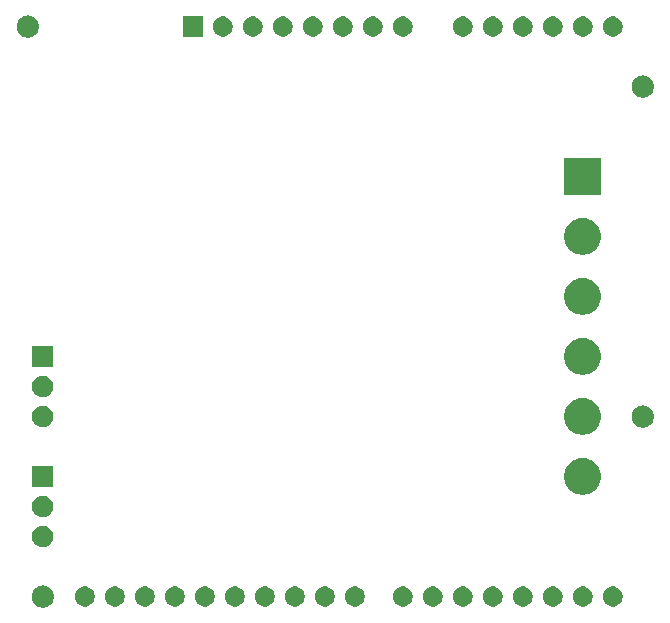
<source format=gbr>
G04 #@! TF.GenerationSoftware,KiCad,Pcbnew,(5.1.5)-2*
G04 #@! TF.CreationDate,2020-02-10T11:52:49+03:00*
G04 #@! TF.ProjectId,dccshield,64636373-6869-4656-9c64-2e6b69636164,rev?*
G04 #@! TF.SameCoordinates,Original*
G04 #@! TF.FileFunction,Soldermask,Bot*
G04 #@! TF.FilePolarity,Negative*
%FSLAX46Y46*%
G04 Gerber Fmt 4.6, Leading zero omitted, Abs format (unit mm)*
G04 Created by KiCad (PCBNEW (5.1.5)-2) date 2020-02-10 11:52:49*
%MOMM*%
%LPD*%
G04 APERTURE LIST*
%ADD10C,0.100000*%
G04 APERTURE END LIST*
D10*
G36*
X139883580Y-126077081D02*
G01*
X139974480Y-126095162D01*
X140088647Y-126142452D01*
X140145732Y-126166097D01*
X140299850Y-126269075D01*
X140430925Y-126400150D01*
X140533903Y-126554268D01*
X140551563Y-126596903D01*
X140604838Y-126725520D01*
X140641000Y-126907320D01*
X140641000Y-127092680D01*
X140604838Y-127274480D01*
X140557548Y-127388647D01*
X140533903Y-127445732D01*
X140430925Y-127599850D01*
X140299850Y-127730925D01*
X140145732Y-127833903D01*
X140088647Y-127857548D01*
X139974480Y-127904838D01*
X139883580Y-127922919D01*
X139792682Y-127941000D01*
X139607318Y-127941000D01*
X139516420Y-127922919D01*
X139425520Y-127904838D01*
X139311353Y-127857548D01*
X139254268Y-127833903D01*
X139100150Y-127730925D01*
X138969075Y-127599850D01*
X138866097Y-127445732D01*
X138842452Y-127388647D01*
X138795162Y-127274480D01*
X138759000Y-127092680D01*
X138759000Y-126907320D01*
X138795162Y-126725520D01*
X138848437Y-126596903D01*
X138866097Y-126554268D01*
X138969075Y-126400150D01*
X139100150Y-126269075D01*
X139254268Y-126166097D01*
X139311353Y-126142452D01*
X139425520Y-126095162D01*
X139516420Y-126077081D01*
X139607318Y-126059000D01*
X139792682Y-126059000D01*
X139883580Y-126077081D01*
G37*
G36*
X158748228Y-126181703D02*
G01*
X158903100Y-126245853D01*
X159042481Y-126338985D01*
X159161015Y-126457519D01*
X159254147Y-126596900D01*
X159318297Y-126751772D01*
X159351000Y-126916184D01*
X159351000Y-127083816D01*
X159318297Y-127248228D01*
X159254147Y-127403100D01*
X159161015Y-127542481D01*
X159042481Y-127661015D01*
X158903100Y-127754147D01*
X158748228Y-127818297D01*
X158583816Y-127851000D01*
X158416184Y-127851000D01*
X158251772Y-127818297D01*
X158096900Y-127754147D01*
X157957519Y-127661015D01*
X157838985Y-127542481D01*
X157745853Y-127403100D01*
X157681703Y-127248228D01*
X157649000Y-127083816D01*
X157649000Y-126916184D01*
X157681703Y-126751772D01*
X157745853Y-126596900D01*
X157838985Y-126457519D01*
X157957519Y-126338985D01*
X158096900Y-126245853D01*
X158251772Y-126181703D01*
X158416184Y-126149000D01*
X158583816Y-126149000D01*
X158748228Y-126181703D01*
G37*
G36*
X185668228Y-126181703D02*
G01*
X185823100Y-126245853D01*
X185962481Y-126338985D01*
X186081015Y-126457519D01*
X186174147Y-126596900D01*
X186238297Y-126751772D01*
X186271000Y-126916184D01*
X186271000Y-127083816D01*
X186238297Y-127248228D01*
X186174147Y-127403100D01*
X186081015Y-127542481D01*
X185962481Y-127661015D01*
X185823100Y-127754147D01*
X185668228Y-127818297D01*
X185503816Y-127851000D01*
X185336184Y-127851000D01*
X185171772Y-127818297D01*
X185016900Y-127754147D01*
X184877519Y-127661015D01*
X184758985Y-127542481D01*
X184665853Y-127403100D01*
X184601703Y-127248228D01*
X184569000Y-127083816D01*
X184569000Y-126916184D01*
X184601703Y-126751772D01*
X184665853Y-126596900D01*
X184758985Y-126457519D01*
X184877519Y-126338985D01*
X185016900Y-126245853D01*
X185171772Y-126181703D01*
X185336184Y-126149000D01*
X185503816Y-126149000D01*
X185668228Y-126181703D01*
G37*
G36*
X188208228Y-126181703D02*
G01*
X188363100Y-126245853D01*
X188502481Y-126338985D01*
X188621015Y-126457519D01*
X188714147Y-126596900D01*
X188778297Y-126751772D01*
X188811000Y-126916184D01*
X188811000Y-127083816D01*
X188778297Y-127248228D01*
X188714147Y-127403100D01*
X188621015Y-127542481D01*
X188502481Y-127661015D01*
X188363100Y-127754147D01*
X188208228Y-127818297D01*
X188043816Y-127851000D01*
X187876184Y-127851000D01*
X187711772Y-127818297D01*
X187556900Y-127754147D01*
X187417519Y-127661015D01*
X187298985Y-127542481D01*
X187205853Y-127403100D01*
X187141703Y-127248228D01*
X187109000Y-127083816D01*
X187109000Y-126916184D01*
X187141703Y-126751772D01*
X187205853Y-126596900D01*
X187298985Y-126457519D01*
X187417519Y-126338985D01*
X187556900Y-126245853D01*
X187711772Y-126181703D01*
X187876184Y-126149000D01*
X188043816Y-126149000D01*
X188208228Y-126181703D01*
G37*
G36*
X148588228Y-126181703D02*
G01*
X148743100Y-126245853D01*
X148882481Y-126338985D01*
X149001015Y-126457519D01*
X149094147Y-126596900D01*
X149158297Y-126751772D01*
X149191000Y-126916184D01*
X149191000Y-127083816D01*
X149158297Y-127248228D01*
X149094147Y-127403100D01*
X149001015Y-127542481D01*
X148882481Y-127661015D01*
X148743100Y-127754147D01*
X148588228Y-127818297D01*
X148423816Y-127851000D01*
X148256184Y-127851000D01*
X148091772Y-127818297D01*
X147936900Y-127754147D01*
X147797519Y-127661015D01*
X147678985Y-127542481D01*
X147585853Y-127403100D01*
X147521703Y-127248228D01*
X147489000Y-127083816D01*
X147489000Y-126916184D01*
X147521703Y-126751772D01*
X147585853Y-126596900D01*
X147678985Y-126457519D01*
X147797519Y-126338985D01*
X147936900Y-126245853D01*
X148091772Y-126181703D01*
X148256184Y-126149000D01*
X148423816Y-126149000D01*
X148588228Y-126181703D01*
G37*
G36*
X151128228Y-126181703D02*
G01*
X151283100Y-126245853D01*
X151422481Y-126338985D01*
X151541015Y-126457519D01*
X151634147Y-126596900D01*
X151698297Y-126751772D01*
X151731000Y-126916184D01*
X151731000Y-127083816D01*
X151698297Y-127248228D01*
X151634147Y-127403100D01*
X151541015Y-127542481D01*
X151422481Y-127661015D01*
X151283100Y-127754147D01*
X151128228Y-127818297D01*
X150963816Y-127851000D01*
X150796184Y-127851000D01*
X150631772Y-127818297D01*
X150476900Y-127754147D01*
X150337519Y-127661015D01*
X150218985Y-127542481D01*
X150125853Y-127403100D01*
X150061703Y-127248228D01*
X150029000Y-127083816D01*
X150029000Y-126916184D01*
X150061703Y-126751772D01*
X150125853Y-126596900D01*
X150218985Y-126457519D01*
X150337519Y-126338985D01*
X150476900Y-126245853D01*
X150631772Y-126181703D01*
X150796184Y-126149000D01*
X150963816Y-126149000D01*
X151128228Y-126181703D01*
G37*
G36*
X153668228Y-126181703D02*
G01*
X153823100Y-126245853D01*
X153962481Y-126338985D01*
X154081015Y-126457519D01*
X154174147Y-126596900D01*
X154238297Y-126751772D01*
X154271000Y-126916184D01*
X154271000Y-127083816D01*
X154238297Y-127248228D01*
X154174147Y-127403100D01*
X154081015Y-127542481D01*
X153962481Y-127661015D01*
X153823100Y-127754147D01*
X153668228Y-127818297D01*
X153503816Y-127851000D01*
X153336184Y-127851000D01*
X153171772Y-127818297D01*
X153016900Y-127754147D01*
X152877519Y-127661015D01*
X152758985Y-127542481D01*
X152665853Y-127403100D01*
X152601703Y-127248228D01*
X152569000Y-127083816D01*
X152569000Y-126916184D01*
X152601703Y-126751772D01*
X152665853Y-126596900D01*
X152758985Y-126457519D01*
X152877519Y-126338985D01*
X153016900Y-126245853D01*
X153171772Y-126181703D01*
X153336184Y-126149000D01*
X153503816Y-126149000D01*
X153668228Y-126181703D01*
G37*
G36*
X156208228Y-126181703D02*
G01*
X156363100Y-126245853D01*
X156502481Y-126338985D01*
X156621015Y-126457519D01*
X156714147Y-126596900D01*
X156778297Y-126751772D01*
X156811000Y-126916184D01*
X156811000Y-127083816D01*
X156778297Y-127248228D01*
X156714147Y-127403100D01*
X156621015Y-127542481D01*
X156502481Y-127661015D01*
X156363100Y-127754147D01*
X156208228Y-127818297D01*
X156043816Y-127851000D01*
X155876184Y-127851000D01*
X155711772Y-127818297D01*
X155556900Y-127754147D01*
X155417519Y-127661015D01*
X155298985Y-127542481D01*
X155205853Y-127403100D01*
X155141703Y-127248228D01*
X155109000Y-127083816D01*
X155109000Y-126916184D01*
X155141703Y-126751772D01*
X155205853Y-126596900D01*
X155298985Y-126457519D01*
X155417519Y-126338985D01*
X155556900Y-126245853D01*
X155711772Y-126181703D01*
X155876184Y-126149000D01*
X156043816Y-126149000D01*
X156208228Y-126181703D01*
G37*
G36*
X143508228Y-126181703D02*
G01*
X143663100Y-126245853D01*
X143802481Y-126338985D01*
X143921015Y-126457519D01*
X144014147Y-126596900D01*
X144078297Y-126751772D01*
X144111000Y-126916184D01*
X144111000Y-127083816D01*
X144078297Y-127248228D01*
X144014147Y-127403100D01*
X143921015Y-127542481D01*
X143802481Y-127661015D01*
X143663100Y-127754147D01*
X143508228Y-127818297D01*
X143343816Y-127851000D01*
X143176184Y-127851000D01*
X143011772Y-127818297D01*
X142856900Y-127754147D01*
X142717519Y-127661015D01*
X142598985Y-127542481D01*
X142505853Y-127403100D01*
X142441703Y-127248228D01*
X142409000Y-127083816D01*
X142409000Y-126916184D01*
X142441703Y-126751772D01*
X142505853Y-126596900D01*
X142598985Y-126457519D01*
X142717519Y-126338985D01*
X142856900Y-126245853D01*
X143011772Y-126181703D01*
X143176184Y-126149000D01*
X143343816Y-126149000D01*
X143508228Y-126181703D01*
G37*
G36*
X163828228Y-126181703D02*
G01*
X163983100Y-126245853D01*
X164122481Y-126338985D01*
X164241015Y-126457519D01*
X164334147Y-126596900D01*
X164398297Y-126751772D01*
X164431000Y-126916184D01*
X164431000Y-127083816D01*
X164398297Y-127248228D01*
X164334147Y-127403100D01*
X164241015Y-127542481D01*
X164122481Y-127661015D01*
X163983100Y-127754147D01*
X163828228Y-127818297D01*
X163663816Y-127851000D01*
X163496184Y-127851000D01*
X163331772Y-127818297D01*
X163176900Y-127754147D01*
X163037519Y-127661015D01*
X162918985Y-127542481D01*
X162825853Y-127403100D01*
X162761703Y-127248228D01*
X162729000Y-127083816D01*
X162729000Y-126916184D01*
X162761703Y-126751772D01*
X162825853Y-126596900D01*
X162918985Y-126457519D01*
X163037519Y-126338985D01*
X163176900Y-126245853D01*
X163331772Y-126181703D01*
X163496184Y-126149000D01*
X163663816Y-126149000D01*
X163828228Y-126181703D01*
G37*
G36*
X166368228Y-126181703D02*
G01*
X166523100Y-126245853D01*
X166662481Y-126338985D01*
X166781015Y-126457519D01*
X166874147Y-126596900D01*
X166938297Y-126751772D01*
X166971000Y-126916184D01*
X166971000Y-127083816D01*
X166938297Y-127248228D01*
X166874147Y-127403100D01*
X166781015Y-127542481D01*
X166662481Y-127661015D01*
X166523100Y-127754147D01*
X166368228Y-127818297D01*
X166203816Y-127851000D01*
X166036184Y-127851000D01*
X165871772Y-127818297D01*
X165716900Y-127754147D01*
X165577519Y-127661015D01*
X165458985Y-127542481D01*
X165365853Y-127403100D01*
X165301703Y-127248228D01*
X165269000Y-127083816D01*
X165269000Y-126916184D01*
X165301703Y-126751772D01*
X165365853Y-126596900D01*
X165458985Y-126457519D01*
X165577519Y-126338985D01*
X165716900Y-126245853D01*
X165871772Y-126181703D01*
X166036184Y-126149000D01*
X166203816Y-126149000D01*
X166368228Y-126181703D01*
G37*
G36*
X170428228Y-126181703D02*
G01*
X170583100Y-126245853D01*
X170722481Y-126338985D01*
X170841015Y-126457519D01*
X170934147Y-126596900D01*
X170998297Y-126751772D01*
X171031000Y-126916184D01*
X171031000Y-127083816D01*
X170998297Y-127248228D01*
X170934147Y-127403100D01*
X170841015Y-127542481D01*
X170722481Y-127661015D01*
X170583100Y-127754147D01*
X170428228Y-127818297D01*
X170263816Y-127851000D01*
X170096184Y-127851000D01*
X169931772Y-127818297D01*
X169776900Y-127754147D01*
X169637519Y-127661015D01*
X169518985Y-127542481D01*
X169425853Y-127403100D01*
X169361703Y-127248228D01*
X169329000Y-127083816D01*
X169329000Y-126916184D01*
X169361703Y-126751772D01*
X169425853Y-126596900D01*
X169518985Y-126457519D01*
X169637519Y-126338985D01*
X169776900Y-126245853D01*
X169931772Y-126181703D01*
X170096184Y-126149000D01*
X170263816Y-126149000D01*
X170428228Y-126181703D01*
G37*
G36*
X172968228Y-126181703D02*
G01*
X173123100Y-126245853D01*
X173262481Y-126338985D01*
X173381015Y-126457519D01*
X173474147Y-126596900D01*
X173538297Y-126751772D01*
X173571000Y-126916184D01*
X173571000Y-127083816D01*
X173538297Y-127248228D01*
X173474147Y-127403100D01*
X173381015Y-127542481D01*
X173262481Y-127661015D01*
X173123100Y-127754147D01*
X172968228Y-127818297D01*
X172803816Y-127851000D01*
X172636184Y-127851000D01*
X172471772Y-127818297D01*
X172316900Y-127754147D01*
X172177519Y-127661015D01*
X172058985Y-127542481D01*
X171965853Y-127403100D01*
X171901703Y-127248228D01*
X171869000Y-127083816D01*
X171869000Y-126916184D01*
X171901703Y-126751772D01*
X171965853Y-126596900D01*
X172058985Y-126457519D01*
X172177519Y-126338985D01*
X172316900Y-126245853D01*
X172471772Y-126181703D01*
X172636184Y-126149000D01*
X172803816Y-126149000D01*
X172968228Y-126181703D01*
G37*
G36*
X175508228Y-126181703D02*
G01*
X175663100Y-126245853D01*
X175802481Y-126338985D01*
X175921015Y-126457519D01*
X176014147Y-126596900D01*
X176078297Y-126751772D01*
X176111000Y-126916184D01*
X176111000Y-127083816D01*
X176078297Y-127248228D01*
X176014147Y-127403100D01*
X175921015Y-127542481D01*
X175802481Y-127661015D01*
X175663100Y-127754147D01*
X175508228Y-127818297D01*
X175343816Y-127851000D01*
X175176184Y-127851000D01*
X175011772Y-127818297D01*
X174856900Y-127754147D01*
X174717519Y-127661015D01*
X174598985Y-127542481D01*
X174505853Y-127403100D01*
X174441703Y-127248228D01*
X174409000Y-127083816D01*
X174409000Y-126916184D01*
X174441703Y-126751772D01*
X174505853Y-126596900D01*
X174598985Y-126457519D01*
X174717519Y-126338985D01*
X174856900Y-126245853D01*
X175011772Y-126181703D01*
X175176184Y-126149000D01*
X175343816Y-126149000D01*
X175508228Y-126181703D01*
G37*
G36*
X178048228Y-126181703D02*
G01*
X178203100Y-126245853D01*
X178342481Y-126338985D01*
X178461015Y-126457519D01*
X178554147Y-126596900D01*
X178618297Y-126751772D01*
X178651000Y-126916184D01*
X178651000Y-127083816D01*
X178618297Y-127248228D01*
X178554147Y-127403100D01*
X178461015Y-127542481D01*
X178342481Y-127661015D01*
X178203100Y-127754147D01*
X178048228Y-127818297D01*
X177883816Y-127851000D01*
X177716184Y-127851000D01*
X177551772Y-127818297D01*
X177396900Y-127754147D01*
X177257519Y-127661015D01*
X177138985Y-127542481D01*
X177045853Y-127403100D01*
X176981703Y-127248228D01*
X176949000Y-127083816D01*
X176949000Y-126916184D01*
X176981703Y-126751772D01*
X177045853Y-126596900D01*
X177138985Y-126457519D01*
X177257519Y-126338985D01*
X177396900Y-126245853D01*
X177551772Y-126181703D01*
X177716184Y-126149000D01*
X177883816Y-126149000D01*
X178048228Y-126181703D01*
G37*
G36*
X180588228Y-126181703D02*
G01*
X180743100Y-126245853D01*
X180882481Y-126338985D01*
X181001015Y-126457519D01*
X181094147Y-126596900D01*
X181158297Y-126751772D01*
X181191000Y-126916184D01*
X181191000Y-127083816D01*
X181158297Y-127248228D01*
X181094147Y-127403100D01*
X181001015Y-127542481D01*
X180882481Y-127661015D01*
X180743100Y-127754147D01*
X180588228Y-127818297D01*
X180423816Y-127851000D01*
X180256184Y-127851000D01*
X180091772Y-127818297D01*
X179936900Y-127754147D01*
X179797519Y-127661015D01*
X179678985Y-127542481D01*
X179585853Y-127403100D01*
X179521703Y-127248228D01*
X179489000Y-127083816D01*
X179489000Y-126916184D01*
X179521703Y-126751772D01*
X179585853Y-126596900D01*
X179678985Y-126457519D01*
X179797519Y-126338985D01*
X179936900Y-126245853D01*
X180091772Y-126181703D01*
X180256184Y-126149000D01*
X180423816Y-126149000D01*
X180588228Y-126181703D01*
G37*
G36*
X183128228Y-126181703D02*
G01*
X183283100Y-126245853D01*
X183422481Y-126338985D01*
X183541015Y-126457519D01*
X183634147Y-126596900D01*
X183698297Y-126751772D01*
X183731000Y-126916184D01*
X183731000Y-127083816D01*
X183698297Y-127248228D01*
X183634147Y-127403100D01*
X183541015Y-127542481D01*
X183422481Y-127661015D01*
X183283100Y-127754147D01*
X183128228Y-127818297D01*
X182963816Y-127851000D01*
X182796184Y-127851000D01*
X182631772Y-127818297D01*
X182476900Y-127754147D01*
X182337519Y-127661015D01*
X182218985Y-127542481D01*
X182125853Y-127403100D01*
X182061703Y-127248228D01*
X182029000Y-127083816D01*
X182029000Y-126916184D01*
X182061703Y-126751772D01*
X182125853Y-126596900D01*
X182218985Y-126457519D01*
X182337519Y-126338985D01*
X182476900Y-126245853D01*
X182631772Y-126181703D01*
X182796184Y-126149000D01*
X182963816Y-126149000D01*
X183128228Y-126181703D01*
G37*
G36*
X146048228Y-126181703D02*
G01*
X146203100Y-126245853D01*
X146342481Y-126338985D01*
X146461015Y-126457519D01*
X146554147Y-126596900D01*
X146618297Y-126751772D01*
X146651000Y-126916184D01*
X146651000Y-127083816D01*
X146618297Y-127248228D01*
X146554147Y-127403100D01*
X146461015Y-127542481D01*
X146342481Y-127661015D01*
X146203100Y-127754147D01*
X146048228Y-127818297D01*
X145883816Y-127851000D01*
X145716184Y-127851000D01*
X145551772Y-127818297D01*
X145396900Y-127754147D01*
X145257519Y-127661015D01*
X145138985Y-127542481D01*
X145045853Y-127403100D01*
X144981703Y-127248228D01*
X144949000Y-127083816D01*
X144949000Y-126916184D01*
X144981703Y-126751772D01*
X145045853Y-126596900D01*
X145138985Y-126457519D01*
X145257519Y-126338985D01*
X145396900Y-126245853D01*
X145551772Y-126181703D01*
X145716184Y-126149000D01*
X145883816Y-126149000D01*
X146048228Y-126181703D01*
G37*
G36*
X161288228Y-126181703D02*
G01*
X161443100Y-126245853D01*
X161582481Y-126338985D01*
X161701015Y-126457519D01*
X161794147Y-126596900D01*
X161858297Y-126751772D01*
X161891000Y-126916184D01*
X161891000Y-127083816D01*
X161858297Y-127248228D01*
X161794147Y-127403100D01*
X161701015Y-127542481D01*
X161582481Y-127661015D01*
X161443100Y-127754147D01*
X161288228Y-127818297D01*
X161123816Y-127851000D01*
X160956184Y-127851000D01*
X160791772Y-127818297D01*
X160636900Y-127754147D01*
X160497519Y-127661015D01*
X160378985Y-127542481D01*
X160285853Y-127403100D01*
X160221703Y-127248228D01*
X160189000Y-127083816D01*
X160189000Y-126916184D01*
X160221703Y-126751772D01*
X160285853Y-126596900D01*
X160378985Y-126457519D01*
X160497519Y-126338985D01*
X160636900Y-126245853D01*
X160791772Y-126181703D01*
X160956184Y-126149000D01*
X161123816Y-126149000D01*
X161288228Y-126181703D01*
G37*
G36*
X139813512Y-121023927D02*
G01*
X139962812Y-121053624D01*
X140126784Y-121121544D01*
X140274354Y-121220147D01*
X140399853Y-121345646D01*
X140498456Y-121493216D01*
X140566376Y-121657188D01*
X140601000Y-121831259D01*
X140601000Y-122008741D01*
X140566376Y-122182812D01*
X140498456Y-122346784D01*
X140399853Y-122494354D01*
X140274354Y-122619853D01*
X140126784Y-122718456D01*
X139962812Y-122786376D01*
X139813512Y-122816073D01*
X139788742Y-122821000D01*
X139611258Y-122821000D01*
X139586488Y-122816073D01*
X139437188Y-122786376D01*
X139273216Y-122718456D01*
X139125646Y-122619853D01*
X139000147Y-122494354D01*
X138901544Y-122346784D01*
X138833624Y-122182812D01*
X138799000Y-122008741D01*
X138799000Y-121831259D01*
X138833624Y-121657188D01*
X138901544Y-121493216D01*
X139000147Y-121345646D01*
X139125646Y-121220147D01*
X139273216Y-121121544D01*
X139437188Y-121053624D01*
X139586488Y-121023927D01*
X139611258Y-121019000D01*
X139788742Y-121019000D01*
X139813512Y-121023927D01*
G37*
G36*
X139813512Y-118483927D02*
G01*
X139962812Y-118513624D01*
X140126784Y-118581544D01*
X140274354Y-118680147D01*
X140399853Y-118805646D01*
X140498456Y-118953216D01*
X140566376Y-119117188D01*
X140601000Y-119291259D01*
X140601000Y-119468741D01*
X140566376Y-119642812D01*
X140498456Y-119806784D01*
X140399853Y-119954354D01*
X140274354Y-120079853D01*
X140126784Y-120178456D01*
X139962812Y-120246376D01*
X139813512Y-120276073D01*
X139788742Y-120281000D01*
X139611258Y-120281000D01*
X139586488Y-120276073D01*
X139437188Y-120246376D01*
X139273216Y-120178456D01*
X139125646Y-120079853D01*
X139000147Y-119954354D01*
X138901544Y-119806784D01*
X138833624Y-119642812D01*
X138799000Y-119468741D01*
X138799000Y-119291259D01*
X138833624Y-119117188D01*
X138901544Y-118953216D01*
X139000147Y-118805646D01*
X139125646Y-118680147D01*
X139273216Y-118581544D01*
X139437188Y-118513624D01*
X139586488Y-118483927D01*
X139611258Y-118479000D01*
X139788742Y-118479000D01*
X139813512Y-118483927D01*
G37*
G36*
X185722585Y-115318802D02*
G01*
X185872410Y-115348604D01*
X186154674Y-115465521D01*
X186408705Y-115635259D01*
X186624741Y-115851295D01*
X186794479Y-116105326D01*
X186911396Y-116387590D01*
X186971000Y-116687240D01*
X186971000Y-116992760D01*
X186911396Y-117292410D01*
X186794479Y-117574674D01*
X186624741Y-117828705D01*
X186408705Y-118044741D01*
X186154674Y-118214479D01*
X185872410Y-118331396D01*
X185722585Y-118361198D01*
X185572761Y-118391000D01*
X185267239Y-118391000D01*
X185117415Y-118361198D01*
X184967590Y-118331396D01*
X184685326Y-118214479D01*
X184431295Y-118044741D01*
X184215259Y-117828705D01*
X184045521Y-117574674D01*
X183928604Y-117292410D01*
X183869000Y-116992760D01*
X183869000Y-116687240D01*
X183928604Y-116387590D01*
X184045521Y-116105326D01*
X184215259Y-115851295D01*
X184431295Y-115635259D01*
X184685326Y-115465521D01*
X184967590Y-115348604D01*
X185117415Y-115318802D01*
X185267239Y-115289000D01*
X185572761Y-115289000D01*
X185722585Y-115318802D01*
G37*
G36*
X140601000Y-117741000D02*
G01*
X138799000Y-117741000D01*
X138799000Y-115939000D01*
X140601000Y-115939000D01*
X140601000Y-117741000D01*
G37*
G36*
X185722585Y-110238802D02*
G01*
X185872410Y-110268604D01*
X186154674Y-110385521D01*
X186408705Y-110555259D01*
X186624741Y-110771295D01*
X186794479Y-111025326D01*
X186911396Y-111307590D01*
X186971000Y-111607240D01*
X186971000Y-111912760D01*
X186911396Y-112212410D01*
X186794479Y-112494674D01*
X186624741Y-112748705D01*
X186408705Y-112964741D01*
X186154674Y-113134479D01*
X185872410Y-113251396D01*
X185722585Y-113281198D01*
X185572761Y-113311000D01*
X185267239Y-113311000D01*
X185117415Y-113281198D01*
X184967590Y-113251396D01*
X184685326Y-113134479D01*
X184431295Y-112964741D01*
X184215259Y-112748705D01*
X184045521Y-112494674D01*
X183928604Y-112212410D01*
X183869000Y-111912760D01*
X183869000Y-111607240D01*
X183928604Y-111307590D01*
X184045521Y-111025326D01*
X184215259Y-110771295D01*
X184431295Y-110555259D01*
X184685326Y-110385521D01*
X184967590Y-110268604D01*
X185117415Y-110238802D01*
X185267239Y-110209000D01*
X185572761Y-110209000D01*
X185722585Y-110238802D01*
G37*
G36*
X190683580Y-110837081D02*
G01*
X190774480Y-110855162D01*
X190867337Y-110893625D01*
X190945732Y-110926097D01*
X191099850Y-111029075D01*
X191230925Y-111160150D01*
X191333903Y-111314268D01*
X191333903Y-111314269D01*
X191404838Y-111485520D01*
X191404838Y-111485522D01*
X191441000Y-111667318D01*
X191441000Y-111852682D01*
X191429049Y-111912761D01*
X191404838Y-112034480D01*
X191357548Y-112148647D01*
X191333903Y-112205732D01*
X191230925Y-112359850D01*
X191099850Y-112490925D01*
X190945732Y-112593903D01*
X190888647Y-112617548D01*
X190774480Y-112664838D01*
X190683580Y-112682919D01*
X190592682Y-112701000D01*
X190407318Y-112701000D01*
X190316420Y-112682919D01*
X190225520Y-112664838D01*
X190111353Y-112617548D01*
X190054268Y-112593903D01*
X189900150Y-112490925D01*
X189769075Y-112359850D01*
X189666097Y-112205732D01*
X189642452Y-112148647D01*
X189595162Y-112034480D01*
X189570951Y-111912761D01*
X189559000Y-111852682D01*
X189559000Y-111667318D01*
X189595162Y-111485522D01*
X189595162Y-111485520D01*
X189666097Y-111314269D01*
X189666097Y-111314268D01*
X189769075Y-111160150D01*
X189900150Y-111029075D01*
X190054268Y-110926097D01*
X190132663Y-110893625D01*
X190225520Y-110855162D01*
X190316420Y-110837081D01*
X190407318Y-110819000D01*
X190592682Y-110819000D01*
X190683580Y-110837081D01*
G37*
G36*
X139813512Y-110863927D02*
G01*
X139962812Y-110893624D01*
X140126784Y-110961544D01*
X140274354Y-111060147D01*
X140399853Y-111185646D01*
X140498456Y-111333216D01*
X140566376Y-111497188D01*
X140601000Y-111671259D01*
X140601000Y-111848741D01*
X140566376Y-112022812D01*
X140498456Y-112186784D01*
X140399853Y-112334354D01*
X140274354Y-112459853D01*
X140126784Y-112558456D01*
X139962812Y-112626376D01*
X139813512Y-112656073D01*
X139788742Y-112661000D01*
X139611258Y-112661000D01*
X139586488Y-112656073D01*
X139437188Y-112626376D01*
X139273216Y-112558456D01*
X139125646Y-112459853D01*
X139000147Y-112334354D01*
X138901544Y-112186784D01*
X138833624Y-112022812D01*
X138799000Y-111848741D01*
X138799000Y-111671259D01*
X138833624Y-111497188D01*
X138901544Y-111333216D01*
X139000147Y-111185646D01*
X139125646Y-111060147D01*
X139273216Y-110961544D01*
X139437188Y-110893624D01*
X139586488Y-110863927D01*
X139611258Y-110859000D01*
X139788742Y-110859000D01*
X139813512Y-110863927D01*
G37*
G36*
X139813512Y-108323927D02*
G01*
X139962812Y-108353624D01*
X140126784Y-108421544D01*
X140274354Y-108520147D01*
X140399853Y-108645646D01*
X140498456Y-108793216D01*
X140566376Y-108957188D01*
X140601000Y-109131259D01*
X140601000Y-109308741D01*
X140566376Y-109482812D01*
X140498456Y-109646784D01*
X140399853Y-109794354D01*
X140274354Y-109919853D01*
X140126784Y-110018456D01*
X139962812Y-110086376D01*
X139813512Y-110116073D01*
X139788742Y-110121000D01*
X139611258Y-110121000D01*
X139586488Y-110116073D01*
X139437188Y-110086376D01*
X139273216Y-110018456D01*
X139125646Y-109919853D01*
X139000147Y-109794354D01*
X138901544Y-109646784D01*
X138833624Y-109482812D01*
X138799000Y-109308741D01*
X138799000Y-109131259D01*
X138833624Y-108957188D01*
X138901544Y-108793216D01*
X139000147Y-108645646D01*
X139125646Y-108520147D01*
X139273216Y-108421544D01*
X139437188Y-108353624D01*
X139586488Y-108323927D01*
X139611258Y-108319000D01*
X139788742Y-108319000D01*
X139813512Y-108323927D01*
G37*
G36*
X185722585Y-105158802D02*
G01*
X185872410Y-105188604D01*
X186154674Y-105305521D01*
X186408705Y-105475259D01*
X186624741Y-105691295D01*
X186794479Y-105945326D01*
X186911396Y-106227590D01*
X186971000Y-106527240D01*
X186971000Y-106832760D01*
X186911396Y-107132410D01*
X186794479Y-107414674D01*
X186624741Y-107668705D01*
X186408705Y-107884741D01*
X186154674Y-108054479D01*
X185872410Y-108171396D01*
X185722585Y-108201198D01*
X185572761Y-108231000D01*
X185267239Y-108231000D01*
X185117415Y-108201198D01*
X184967590Y-108171396D01*
X184685326Y-108054479D01*
X184431295Y-107884741D01*
X184215259Y-107668705D01*
X184045521Y-107414674D01*
X183928604Y-107132410D01*
X183869000Y-106832760D01*
X183869000Y-106527240D01*
X183928604Y-106227590D01*
X184045521Y-105945326D01*
X184215259Y-105691295D01*
X184431295Y-105475259D01*
X184685326Y-105305521D01*
X184967590Y-105188604D01*
X185117415Y-105158802D01*
X185267239Y-105129000D01*
X185572761Y-105129000D01*
X185722585Y-105158802D01*
G37*
G36*
X140601000Y-107581000D02*
G01*
X138799000Y-107581000D01*
X138799000Y-105779000D01*
X140601000Y-105779000D01*
X140601000Y-107581000D01*
G37*
G36*
X185722585Y-100078802D02*
G01*
X185872410Y-100108604D01*
X186154674Y-100225521D01*
X186408705Y-100395259D01*
X186624741Y-100611295D01*
X186794479Y-100865326D01*
X186911396Y-101147590D01*
X186971000Y-101447240D01*
X186971000Y-101752760D01*
X186911396Y-102052410D01*
X186794479Y-102334674D01*
X186624741Y-102588705D01*
X186408705Y-102804741D01*
X186154674Y-102974479D01*
X185872410Y-103091396D01*
X185722585Y-103121198D01*
X185572761Y-103151000D01*
X185267239Y-103151000D01*
X185117415Y-103121198D01*
X184967590Y-103091396D01*
X184685326Y-102974479D01*
X184431295Y-102804741D01*
X184215259Y-102588705D01*
X184045521Y-102334674D01*
X183928604Y-102052410D01*
X183869000Y-101752760D01*
X183869000Y-101447240D01*
X183928604Y-101147590D01*
X184045521Y-100865326D01*
X184215259Y-100611295D01*
X184431295Y-100395259D01*
X184685326Y-100225521D01*
X184967590Y-100108604D01*
X185117415Y-100078802D01*
X185267239Y-100049000D01*
X185572761Y-100049000D01*
X185722585Y-100078802D01*
G37*
G36*
X185722585Y-94998802D02*
G01*
X185872410Y-95028604D01*
X186154674Y-95145521D01*
X186408705Y-95315259D01*
X186624741Y-95531295D01*
X186794479Y-95785326D01*
X186911396Y-96067590D01*
X186971000Y-96367240D01*
X186971000Y-96672760D01*
X186911396Y-96972410D01*
X186794479Y-97254674D01*
X186624741Y-97508705D01*
X186408705Y-97724741D01*
X186154674Y-97894479D01*
X185872410Y-98011396D01*
X185722585Y-98041198D01*
X185572761Y-98071000D01*
X185267239Y-98071000D01*
X185117415Y-98041198D01*
X184967590Y-98011396D01*
X184685326Y-97894479D01*
X184431295Y-97724741D01*
X184215259Y-97508705D01*
X184045521Y-97254674D01*
X183928604Y-96972410D01*
X183869000Y-96672760D01*
X183869000Y-96367240D01*
X183928604Y-96067590D01*
X184045521Y-95785326D01*
X184215259Y-95531295D01*
X184431295Y-95315259D01*
X184685326Y-95145521D01*
X184967590Y-95028604D01*
X185117415Y-94998802D01*
X185267239Y-94969000D01*
X185572761Y-94969000D01*
X185722585Y-94998802D01*
G37*
G36*
X186971000Y-92991000D02*
G01*
X183869000Y-92991000D01*
X183869000Y-89889000D01*
X186971000Y-89889000D01*
X186971000Y-92991000D01*
G37*
G36*
X190683580Y-82897081D02*
G01*
X190774480Y-82915162D01*
X190888647Y-82962452D01*
X190945732Y-82986097D01*
X191099850Y-83089075D01*
X191230925Y-83220150D01*
X191333903Y-83374268D01*
X191333903Y-83374269D01*
X191404838Y-83545520D01*
X191441000Y-83727320D01*
X191441000Y-83912680D01*
X191404838Y-84094480D01*
X191357548Y-84208647D01*
X191333903Y-84265732D01*
X191230925Y-84419850D01*
X191099850Y-84550925D01*
X190945732Y-84653903D01*
X190888647Y-84677548D01*
X190774480Y-84724838D01*
X190683580Y-84742919D01*
X190592682Y-84761000D01*
X190407318Y-84761000D01*
X190316420Y-84742919D01*
X190225520Y-84724838D01*
X190111353Y-84677548D01*
X190054268Y-84653903D01*
X189900150Y-84550925D01*
X189769075Y-84419850D01*
X189666097Y-84265732D01*
X189642452Y-84208647D01*
X189595162Y-84094480D01*
X189559000Y-83912680D01*
X189559000Y-83727320D01*
X189595162Y-83545520D01*
X189666097Y-83374269D01*
X189666097Y-83374268D01*
X189769075Y-83220150D01*
X189900150Y-83089075D01*
X190054268Y-82986097D01*
X190111353Y-82962452D01*
X190225520Y-82915162D01*
X190316420Y-82897081D01*
X190407318Y-82879000D01*
X190592682Y-82879000D01*
X190683580Y-82897081D01*
G37*
G36*
X138613580Y-77817081D02*
G01*
X138704480Y-77835162D01*
X138818647Y-77882452D01*
X138875732Y-77906097D01*
X139029850Y-78009075D01*
X139160925Y-78140150D01*
X139263903Y-78294268D01*
X139281563Y-78336903D01*
X139334838Y-78465520D01*
X139371000Y-78647320D01*
X139371000Y-78832680D01*
X139334838Y-79014480D01*
X139287548Y-79128647D01*
X139263903Y-79185732D01*
X139160925Y-79339850D01*
X139029850Y-79470925D01*
X138875732Y-79573903D01*
X138818647Y-79597548D01*
X138704480Y-79644838D01*
X138613580Y-79662919D01*
X138522682Y-79681000D01*
X138337318Y-79681000D01*
X138246420Y-79662919D01*
X138155520Y-79644838D01*
X138041353Y-79597548D01*
X137984268Y-79573903D01*
X137830150Y-79470925D01*
X137699075Y-79339850D01*
X137596097Y-79185732D01*
X137572452Y-79128647D01*
X137525162Y-79014480D01*
X137489000Y-78832680D01*
X137489000Y-78647320D01*
X137525162Y-78465520D01*
X137578437Y-78336903D01*
X137596097Y-78294268D01*
X137699075Y-78140150D01*
X137830150Y-78009075D01*
X137984268Y-77906097D01*
X138041353Y-77882452D01*
X138155520Y-77835162D01*
X138246420Y-77817081D01*
X138337318Y-77799000D01*
X138522682Y-77799000D01*
X138613580Y-77817081D01*
G37*
G36*
X175508228Y-77921703D02*
G01*
X175663100Y-77985853D01*
X175802481Y-78078985D01*
X175921015Y-78197519D01*
X176014147Y-78336900D01*
X176078297Y-78491772D01*
X176111000Y-78656184D01*
X176111000Y-78823816D01*
X176078297Y-78988228D01*
X176014147Y-79143100D01*
X175921015Y-79282481D01*
X175802481Y-79401015D01*
X175663100Y-79494147D01*
X175508228Y-79558297D01*
X175343816Y-79591000D01*
X175176184Y-79591000D01*
X175011772Y-79558297D01*
X174856900Y-79494147D01*
X174717519Y-79401015D01*
X174598985Y-79282481D01*
X174505853Y-79143100D01*
X174441703Y-78988228D01*
X174409000Y-78823816D01*
X174409000Y-78656184D01*
X174441703Y-78491772D01*
X174505853Y-78336900D01*
X174598985Y-78197519D01*
X174717519Y-78078985D01*
X174856900Y-77985853D01*
X175011772Y-77921703D01*
X175176184Y-77889000D01*
X175343816Y-77889000D01*
X175508228Y-77921703D01*
G37*
G36*
X188208228Y-77921703D02*
G01*
X188363100Y-77985853D01*
X188502481Y-78078985D01*
X188621015Y-78197519D01*
X188714147Y-78336900D01*
X188778297Y-78491772D01*
X188811000Y-78656184D01*
X188811000Y-78823816D01*
X188778297Y-78988228D01*
X188714147Y-79143100D01*
X188621015Y-79282481D01*
X188502481Y-79401015D01*
X188363100Y-79494147D01*
X188208228Y-79558297D01*
X188043816Y-79591000D01*
X187876184Y-79591000D01*
X187711772Y-79558297D01*
X187556900Y-79494147D01*
X187417519Y-79401015D01*
X187298985Y-79282481D01*
X187205853Y-79143100D01*
X187141703Y-78988228D01*
X187109000Y-78823816D01*
X187109000Y-78656184D01*
X187141703Y-78491772D01*
X187205853Y-78336900D01*
X187298985Y-78197519D01*
X187417519Y-78078985D01*
X187556900Y-77985853D01*
X187711772Y-77921703D01*
X187876184Y-77889000D01*
X188043816Y-77889000D01*
X188208228Y-77921703D01*
G37*
G36*
X183128228Y-77921703D02*
G01*
X183283100Y-77985853D01*
X183422481Y-78078985D01*
X183541015Y-78197519D01*
X183634147Y-78336900D01*
X183698297Y-78491772D01*
X183731000Y-78656184D01*
X183731000Y-78823816D01*
X183698297Y-78988228D01*
X183634147Y-79143100D01*
X183541015Y-79282481D01*
X183422481Y-79401015D01*
X183283100Y-79494147D01*
X183128228Y-79558297D01*
X182963816Y-79591000D01*
X182796184Y-79591000D01*
X182631772Y-79558297D01*
X182476900Y-79494147D01*
X182337519Y-79401015D01*
X182218985Y-79282481D01*
X182125853Y-79143100D01*
X182061703Y-78988228D01*
X182029000Y-78823816D01*
X182029000Y-78656184D01*
X182061703Y-78491772D01*
X182125853Y-78336900D01*
X182218985Y-78197519D01*
X182337519Y-78078985D01*
X182476900Y-77985853D01*
X182631772Y-77921703D01*
X182796184Y-77889000D01*
X182963816Y-77889000D01*
X183128228Y-77921703D01*
G37*
G36*
X180588228Y-77921703D02*
G01*
X180743100Y-77985853D01*
X180882481Y-78078985D01*
X181001015Y-78197519D01*
X181094147Y-78336900D01*
X181158297Y-78491772D01*
X181191000Y-78656184D01*
X181191000Y-78823816D01*
X181158297Y-78988228D01*
X181094147Y-79143100D01*
X181001015Y-79282481D01*
X180882481Y-79401015D01*
X180743100Y-79494147D01*
X180588228Y-79558297D01*
X180423816Y-79591000D01*
X180256184Y-79591000D01*
X180091772Y-79558297D01*
X179936900Y-79494147D01*
X179797519Y-79401015D01*
X179678985Y-79282481D01*
X179585853Y-79143100D01*
X179521703Y-78988228D01*
X179489000Y-78823816D01*
X179489000Y-78656184D01*
X179521703Y-78491772D01*
X179585853Y-78336900D01*
X179678985Y-78197519D01*
X179797519Y-78078985D01*
X179936900Y-77985853D01*
X180091772Y-77921703D01*
X180256184Y-77889000D01*
X180423816Y-77889000D01*
X180588228Y-77921703D01*
G37*
G36*
X178048228Y-77921703D02*
G01*
X178203100Y-77985853D01*
X178342481Y-78078985D01*
X178461015Y-78197519D01*
X178554147Y-78336900D01*
X178618297Y-78491772D01*
X178651000Y-78656184D01*
X178651000Y-78823816D01*
X178618297Y-78988228D01*
X178554147Y-79143100D01*
X178461015Y-79282481D01*
X178342481Y-79401015D01*
X178203100Y-79494147D01*
X178048228Y-79558297D01*
X177883816Y-79591000D01*
X177716184Y-79591000D01*
X177551772Y-79558297D01*
X177396900Y-79494147D01*
X177257519Y-79401015D01*
X177138985Y-79282481D01*
X177045853Y-79143100D01*
X176981703Y-78988228D01*
X176949000Y-78823816D01*
X176949000Y-78656184D01*
X176981703Y-78491772D01*
X177045853Y-78336900D01*
X177138985Y-78197519D01*
X177257519Y-78078985D01*
X177396900Y-77985853D01*
X177551772Y-77921703D01*
X177716184Y-77889000D01*
X177883816Y-77889000D01*
X178048228Y-77921703D01*
G37*
G36*
X162808228Y-77921703D02*
G01*
X162963100Y-77985853D01*
X163102481Y-78078985D01*
X163221015Y-78197519D01*
X163314147Y-78336900D01*
X163378297Y-78491772D01*
X163411000Y-78656184D01*
X163411000Y-78823816D01*
X163378297Y-78988228D01*
X163314147Y-79143100D01*
X163221015Y-79282481D01*
X163102481Y-79401015D01*
X162963100Y-79494147D01*
X162808228Y-79558297D01*
X162643816Y-79591000D01*
X162476184Y-79591000D01*
X162311772Y-79558297D01*
X162156900Y-79494147D01*
X162017519Y-79401015D01*
X161898985Y-79282481D01*
X161805853Y-79143100D01*
X161741703Y-78988228D01*
X161709000Y-78823816D01*
X161709000Y-78656184D01*
X161741703Y-78491772D01*
X161805853Y-78336900D01*
X161898985Y-78197519D01*
X162017519Y-78078985D01*
X162156900Y-77985853D01*
X162311772Y-77921703D01*
X162476184Y-77889000D01*
X162643816Y-77889000D01*
X162808228Y-77921703D01*
G37*
G36*
X165348228Y-77921703D02*
G01*
X165503100Y-77985853D01*
X165642481Y-78078985D01*
X165761015Y-78197519D01*
X165854147Y-78336900D01*
X165918297Y-78491772D01*
X165951000Y-78656184D01*
X165951000Y-78823816D01*
X165918297Y-78988228D01*
X165854147Y-79143100D01*
X165761015Y-79282481D01*
X165642481Y-79401015D01*
X165503100Y-79494147D01*
X165348228Y-79558297D01*
X165183816Y-79591000D01*
X165016184Y-79591000D01*
X164851772Y-79558297D01*
X164696900Y-79494147D01*
X164557519Y-79401015D01*
X164438985Y-79282481D01*
X164345853Y-79143100D01*
X164281703Y-78988228D01*
X164249000Y-78823816D01*
X164249000Y-78656184D01*
X164281703Y-78491772D01*
X164345853Y-78336900D01*
X164438985Y-78197519D01*
X164557519Y-78078985D01*
X164696900Y-77985853D01*
X164851772Y-77921703D01*
X165016184Y-77889000D01*
X165183816Y-77889000D01*
X165348228Y-77921703D01*
G37*
G36*
X167888228Y-77921703D02*
G01*
X168043100Y-77985853D01*
X168182481Y-78078985D01*
X168301015Y-78197519D01*
X168394147Y-78336900D01*
X168458297Y-78491772D01*
X168491000Y-78656184D01*
X168491000Y-78823816D01*
X168458297Y-78988228D01*
X168394147Y-79143100D01*
X168301015Y-79282481D01*
X168182481Y-79401015D01*
X168043100Y-79494147D01*
X167888228Y-79558297D01*
X167723816Y-79591000D01*
X167556184Y-79591000D01*
X167391772Y-79558297D01*
X167236900Y-79494147D01*
X167097519Y-79401015D01*
X166978985Y-79282481D01*
X166885853Y-79143100D01*
X166821703Y-78988228D01*
X166789000Y-78823816D01*
X166789000Y-78656184D01*
X166821703Y-78491772D01*
X166885853Y-78336900D01*
X166978985Y-78197519D01*
X167097519Y-78078985D01*
X167236900Y-77985853D01*
X167391772Y-77921703D01*
X167556184Y-77889000D01*
X167723816Y-77889000D01*
X167888228Y-77921703D01*
G37*
G36*
X185668228Y-77921703D02*
G01*
X185823100Y-77985853D01*
X185962481Y-78078985D01*
X186081015Y-78197519D01*
X186174147Y-78336900D01*
X186238297Y-78491772D01*
X186271000Y-78656184D01*
X186271000Y-78823816D01*
X186238297Y-78988228D01*
X186174147Y-79143100D01*
X186081015Y-79282481D01*
X185962481Y-79401015D01*
X185823100Y-79494147D01*
X185668228Y-79558297D01*
X185503816Y-79591000D01*
X185336184Y-79591000D01*
X185171772Y-79558297D01*
X185016900Y-79494147D01*
X184877519Y-79401015D01*
X184758985Y-79282481D01*
X184665853Y-79143100D01*
X184601703Y-78988228D01*
X184569000Y-78823816D01*
X184569000Y-78656184D01*
X184601703Y-78491772D01*
X184665853Y-78336900D01*
X184758985Y-78197519D01*
X184877519Y-78078985D01*
X185016900Y-77985853D01*
X185171772Y-77921703D01*
X185336184Y-77889000D01*
X185503816Y-77889000D01*
X185668228Y-77921703D01*
G37*
G36*
X170428228Y-77921703D02*
G01*
X170583100Y-77985853D01*
X170722481Y-78078985D01*
X170841015Y-78197519D01*
X170934147Y-78336900D01*
X170998297Y-78491772D01*
X171031000Y-78656184D01*
X171031000Y-78823816D01*
X170998297Y-78988228D01*
X170934147Y-79143100D01*
X170841015Y-79282481D01*
X170722481Y-79401015D01*
X170583100Y-79494147D01*
X170428228Y-79558297D01*
X170263816Y-79591000D01*
X170096184Y-79591000D01*
X169931772Y-79558297D01*
X169776900Y-79494147D01*
X169637519Y-79401015D01*
X169518985Y-79282481D01*
X169425853Y-79143100D01*
X169361703Y-78988228D01*
X169329000Y-78823816D01*
X169329000Y-78656184D01*
X169361703Y-78491772D01*
X169425853Y-78336900D01*
X169518985Y-78197519D01*
X169637519Y-78078985D01*
X169776900Y-77985853D01*
X169931772Y-77921703D01*
X170096184Y-77889000D01*
X170263816Y-77889000D01*
X170428228Y-77921703D01*
G37*
G36*
X160268228Y-77921703D02*
G01*
X160423100Y-77985853D01*
X160562481Y-78078985D01*
X160681015Y-78197519D01*
X160774147Y-78336900D01*
X160838297Y-78491772D01*
X160871000Y-78656184D01*
X160871000Y-78823816D01*
X160838297Y-78988228D01*
X160774147Y-79143100D01*
X160681015Y-79282481D01*
X160562481Y-79401015D01*
X160423100Y-79494147D01*
X160268228Y-79558297D01*
X160103816Y-79591000D01*
X159936184Y-79591000D01*
X159771772Y-79558297D01*
X159616900Y-79494147D01*
X159477519Y-79401015D01*
X159358985Y-79282481D01*
X159265853Y-79143100D01*
X159201703Y-78988228D01*
X159169000Y-78823816D01*
X159169000Y-78656184D01*
X159201703Y-78491772D01*
X159265853Y-78336900D01*
X159358985Y-78197519D01*
X159477519Y-78078985D01*
X159616900Y-77985853D01*
X159771772Y-77921703D01*
X159936184Y-77889000D01*
X160103816Y-77889000D01*
X160268228Y-77921703D01*
G37*
G36*
X153251000Y-79591000D02*
G01*
X151549000Y-79591000D01*
X151549000Y-77889000D01*
X153251000Y-77889000D01*
X153251000Y-79591000D01*
G37*
G36*
X157728228Y-77921703D02*
G01*
X157883100Y-77985853D01*
X158022481Y-78078985D01*
X158141015Y-78197519D01*
X158234147Y-78336900D01*
X158298297Y-78491772D01*
X158331000Y-78656184D01*
X158331000Y-78823816D01*
X158298297Y-78988228D01*
X158234147Y-79143100D01*
X158141015Y-79282481D01*
X158022481Y-79401015D01*
X157883100Y-79494147D01*
X157728228Y-79558297D01*
X157563816Y-79591000D01*
X157396184Y-79591000D01*
X157231772Y-79558297D01*
X157076900Y-79494147D01*
X156937519Y-79401015D01*
X156818985Y-79282481D01*
X156725853Y-79143100D01*
X156661703Y-78988228D01*
X156629000Y-78823816D01*
X156629000Y-78656184D01*
X156661703Y-78491772D01*
X156725853Y-78336900D01*
X156818985Y-78197519D01*
X156937519Y-78078985D01*
X157076900Y-77985853D01*
X157231772Y-77921703D01*
X157396184Y-77889000D01*
X157563816Y-77889000D01*
X157728228Y-77921703D01*
G37*
G36*
X155188228Y-77921703D02*
G01*
X155343100Y-77985853D01*
X155482481Y-78078985D01*
X155601015Y-78197519D01*
X155694147Y-78336900D01*
X155758297Y-78491772D01*
X155791000Y-78656184D01*
X155791000Y-78823816D01*
X155758297Y-78988228D01*
X155694147Y-79143100D01*
X155601015Y-79282481D01*
X155482481Y-79401015D01*
X155343100Y-79494147D01*
X155188228Y-79558297D01*
X155023816Y-79591000D01*
X154856184Y-79591000D01*
X154691772Y-79558297D01*
X154536900Y-79494147D01*
X154397519Y-79401015D01*
X154278985Y-79282481D01*
X154185853Y-79143100D01*
X154121703Y-78988228D01*
X154089000Y-78823816D01*
X154089000Y-78656184D01*
X154121703Y-78491772D01*
X154185853Y-78336900D01*
X154278985Y-78197519D01*
X154397519Y-78078985D01*
X154536900Y-77985853D01*
X154691772Y-77921703D01*
X154856184Y-77889000D01*
X155023816Y-77889000D01*
X155188228Y-77921703D01*
G37*
M02*

</source>
